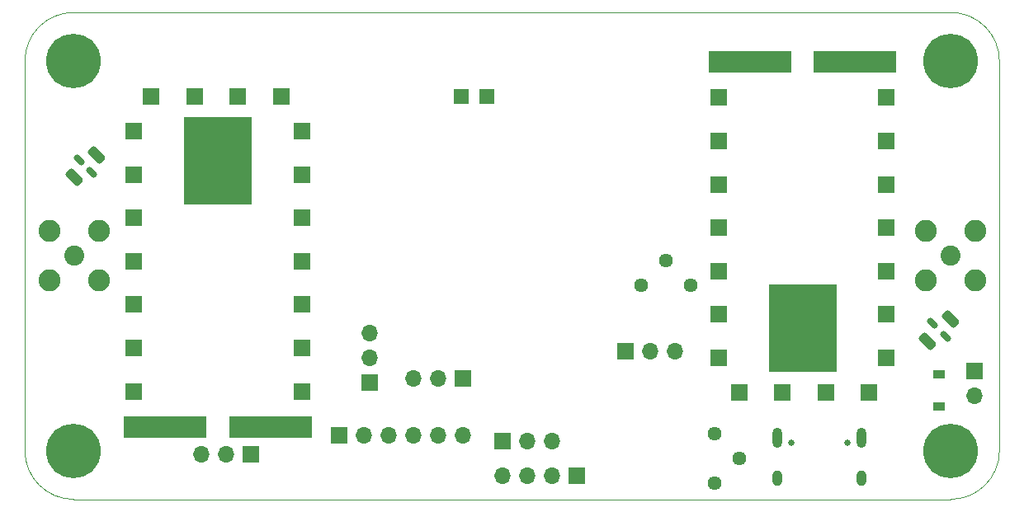
<source format=gbr>
%TF.GenerationSoftware,KiCad,Pcbnew,(6.0.9)*%
%TF.CreationDate,2022-12-19T18:44:09+02:00*%
%TF.ProjectId,cross_band_handy_walkie_talkie_V1,63726f73-735f-4626-916e-645f68616e64,rev?*%
%TF.SameCoordinates,Original*%
%TF.FileFunction,Soldermask,Bot*%
%TF.FilePolarity,Negative*%
%FSLAX46Y46*%
G04 Gerber Fmt 4.6, Leading zero omitted, Abs format (unit mm)*
G04 Created by KiCad (PCBNEW (6.0.9)) date 2022-12-19 18:44:09*
%MOMM*%
%LPD*%
G01*
G04 APERTURE LIST*
G04 Aperture macros list*
%AMRoundRect*
0 Rectangle with rounded corners*
0 $1 Rounding radius*
0 $2 $3 $4 $5 $6 $7 $8 $9 X,Y pos of 4 corners*
0 Add a 4 corners polygon primitive as box body*
4,1,4,$2,$3,$4,$5,$6,$7,$8,$9,$2,$3,0*
0 Add four circle primitives for the rounded corners*
1,1,$1+$1,$2,$3*
1,1,$1+$1,$4,$5*
1,1,$1+$1,$6,$7*
1,1,$1+$1,$8,$9*
0 Add four rect primitives between the rounded corners*
20,1,$1+$1,$2,$3,$4,$5,0*
20,1,$1+$1,$4,$5,$6,$7,0*
20,1,$1+$1,$6,$7,$8,$9,0*
20,1,$1+$1,$8,$9,$2,$3,0*%
G04 Aperture macros list end*
%TA.AperFunction,Profile*%
%ADD10C,0.100000*%
%TD*%
%ADD11R,1.500000X1.500000*%
%ADD12R,1.700000X1.700000*%
%ADD13O,1.700000X1.700000*%
%ADD14C,3.600000*%
%ADD15C,5.600000*%
%ADD16C,1.440000*%
%ADD17C,2.050000*%
%ADD18C,2.250000*%
%ADD19C,0.650000*%
%ADD20O,1.000000X2.100000*%
%ADD21O,1.000000X1.600000*%
%ADD22RoundRect,0.249600X0.268701X-0.651104X0.651104X-0.268701X-0.268701X0.651104X-0.651104X0.268701X0*%
%ADD23C,0.610000*%
%ADD24RoundRect,0.152500X0.224506X-0.440174X0.440174X-0.224506X-0.224506X0.440174X-0.440174X0.224506X0*%
%ADD25R,1.200000X0.900000*%
%ADD26R,1.800000X1.800000*%
%ADD27R,7.000000X9.000000*%
%ADD28R,8.500000X2.200000*%
%ADD29RoundRect,0.249600X-0.268701X0.651104X-0.651104X0.268701X0.268701X-0.651104X0.651104X-0.268701X0*%
%ADD30RoundRect,0.152500X-0.224506X0.440174X-0.440174X0.224506X0.224506X-0.440174X0.440174X-0.224506X0*%
G04 APERTURE END LIST*
D10*
X150000000Y-55000000D02*
X150000000Y-95000000D01*
X150000000Y-55000000D02*
G75*
G03*
X145000000Y-50000000I-5000000J0D01*
G01*
X55000000Y-50000000D02*
X145000000Y-50000000D01*
X145000000Y-100000000D02*
X55000000Y-100000000D01*
X145000000Y-100000000D02*
G75*
G03*
X150000000Y-95000000I0J5000000D01*
G01*
X50000000Y-95000000D02*
X50000000Y-55000000D01*
X50000000Y-95000000D02*
G75*
G03*
X55000000Y-100000000I5000000J0D01*
G01*
X55000000Y-50000000D02*
G75*
G03*
X50000000Y-55000000I0J-5000000D01*
G01*
X150000000Y-55000000D02*
X150000000Y-95000000D01*
X150000000Y-55000000D02*
G75*
G03*
X145000000Y-50000000I-5000000J0D01*
G01*
X55000000Y-50000000D02*
X145000000Y-50000000D01*
X145000000Y-100000000D02*
X55000000Y-100000000D01*
X145000000Y-100000000D02*
G75*
G03*
X150000000Y-95000000I0J5000000D01*
G01*
X50000000Y-95000000D02*
X50000000Y-55000000D01*
X50000000Y-95000000D02*
G75*
G03*
X55000000Y-100000000I5000000J0D01*
G01*
X55000000Y-50000000D02*
G75*
G03*
X50000000Y-55000000I0J-5000000D01*
G01*
D11*
%TO.C,TP9*%
X94800000Y-58600000D03*
%TD*%
%TO.C,TP8*%
X97400000Y-58600000D03*
%TD*%
D12*
%TO.C,J5*%
X73200000Y-95400000D03*
D13*
X70660000Y-95400000D03*
X68120000Y-95400000D03*
%TD*%
D14*
%TO.C,H2*%
X145000000Y-95000000D03*
D15*
X145000000Y-95000000D03*
%TD*%
D12*
%TO.C,J3*%
X111600000Y-84800000D03*
D13*
X114140000Y-84800000D03*
X116680000Y-84800000D03*
%TD*%
D16*
%TO.C,RV1*%
X113225000Y-78000000D03*
X115765000Y-75460000D03*
X118305000Y-78000000D03*
%TD*%
D12*
%TO.C,J2*%
X99000000Y-94000000D03*
D13*
X101540000Y-94000000D03*
X104080000Y-94000000D03*
%TD*%
D15*
%TO.C,H3*%
X55000000Y-95000000D03*
D14*
X55000000Y-95000000D03*
%TD*%
D12*
%TO.C,J7*%
X106600000Y-97600000D03*
D13*
X104060000Y-97600000D03*
X101520000Y-97600000D03*
X98980000Y-97600000D03*
%TD*%
D17*
%TO.C,J15*%
X144950000Y-75000000D03*
D18*
X147490000Y-77540000D03*
X147490000Y-72460000D03*
X142410000Y-72460000D03*
X142410000Y-77540000D03*
%TD*%
D12*
%TO.C,J4*%
X85350000Y-88050000D03*
D13*
X85350000Y-85510000D03*
X85350000Y-82970000D03*
%TD*%
D16*
%TO.C,RV2*%
X120775000Y-93275000D03*
X123315000Y-95815000D03*
X120775000Y-98355000D03*
%TD*%
D17*
%TO.C,J14*%
X55050000Y-75000000D03*
D18*
X57590000Y-72460000D03*
X52510000Y-72460000D03*
X57590000Y-77540000D03*
X52510000Y-77540000D03*
%TD*%
D14*
%TO.C,H4*%
X145000000Y-55000000D03*
D15*
X145000000Y-55000000D03*
%TD*%
D12*
%TO.C,J1*%
X82250000Y-93400000D03*
D13*
X84790000Y-93400000D03*
X87330000Y-93400000D03*
X89870000Y-93400000D03*
X92410000Y-93400000D03*
X94950000Y-93400000D03*
%TD*%
D12*
%TO.C,JP1*%
X94940000Y-87600000D03*
D13*
X92400000Y-87600000D03*
X89860000Y-87600000D03*
%TD*%
D12*
%TO.C,J9*%
X147400000Y-86860000D03*
D13*
X147400000Y-89400000D03*
%TD*%
D14*
%TO.C,H1*%
X55000000Y-55000000D03*
D15*
X55000000Y-55000000D03*
%TD*%
D19*
%TO.C,J6*%
X134390000Y-94210000D03*
X128610000Y-94210000D03*
D20*
X127180000Y-93680000D03*
D21*
X135820000Y-97860000D03*
D20*
X135820000Y-93680000D03*
D21*
X127180000Y-97860000D03*
%TD*%
D22*
%TO.C,FL2*%
X142650951Y-83749049D03*
D23*
X143018647Y-81818647D03*
D24*
X143144158Y-81944158D03*
D22*
X144949049Y-81450951D03*
D23*
X144581353Y-83381353D03*
D24*
X144455842Y-83255842D03*
%TD*%
D25*
%TO.C,D3*%
X143800000Y-90450000D03*
X143800000Y-87150000D03*
%TD*%
D26*
%TO.C,U14*%
X121200000Y-58750000D03*
X121200000Y-63200000D03*
X121200000Y-67650000D03*
X121200000Y-72100000D03*
X121200000Y-76550000D03*
X121200000Y-81000000D03*
X121200000Y-85450000D03*
X123290000Y-89000000D03*
X127740000Y-89000000D03*
D27*
X129800000Y-82450000D03*
D28*
X124400000Y-55050000D03*
D26*
X132190000Y-89000000D03*
D28*
X135200000Y-55050000D03*
D26*
X136640000Y-89000000D03*
X138400000Y-85450000D03*
X138400000Y-81000000D03*
X138400000Y-76550000D03*
X138400000Y-72100000D03*
X138400000Y-67650000D03*
X138400000Y-63200000D03*
X138400000Y-58750000D03*
%TD*%
D29*
%TO.C,FL1*%
X57349049Y-64650951D03*
D23*
X56981353Y-66581353D03*
D30*
X56855842Y-66455842D03*
D29*
X55050951Y-66949049D03*
D23*
X55418647Y-65018647D03*
D30*
X55544158Y-65144158D03*
%TD*%
D26*
%TO.C,U13*%
X78400000Y-88900000D03*
X78400000Y-84450000D03*
X78400000Y-80000000D03*
X78400000Y-75550000D03*
X78400000Y-71100000D03*
X78400000Y-66650000D03*
X78400000Y-62200000D03*
X76310000Y-58650000D03*
X71860000Y-58650000D03*
D28*
X64400000Y-92600000D03*
D27*
X69800000Y-65200000D03*
D26*
X67410000Y-58650000D03*
D28*
X75200000Y-92600000D03*
D26*
X62960000Y-58650000D03*
X61200000Y-62200000D03*
X61200000Y-66650000D03*
X61200000Y-71100000D03*
X61200000Y-75550000D03*
X61200000Y-80000000D03*
X61200000Y-84450000D03*
X61200000Y-88900000D03*
%TD*%
M02*

</source>
